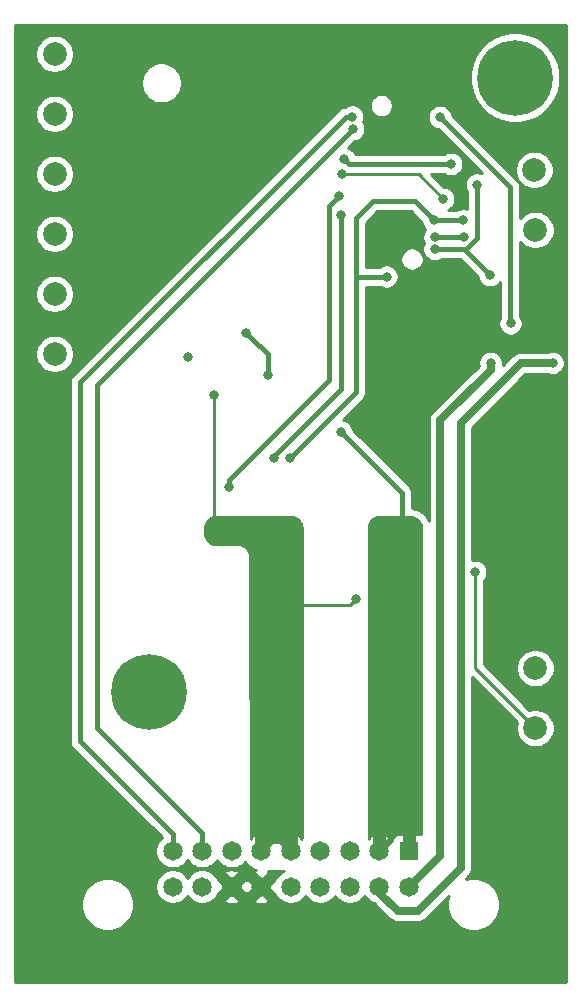
<source format=gbr>
G04 #@! TF.GenerationSoftware,KiCad,Pcbnew,(5.1.2)-2*
G04 #@! TF.CreationDate,2020-03-09T10:31:12+01:00*
G04 #@! TF.ProjectId,ETBC_2020,45544243-5f32-4303-9230-2e6b69636164,rev?*
G04 #@! TF.SameCoordinates,Original*
G04 #@! TF.FileFunction,Copper,L2,Bot*
G04 #@! TF.FilePolarity,Positive*
%FSLAX46Y46*%
G04 Gerber Fmt 4.6, Leading zero omitted, Abs format (unit mm)*
G04 Created by KiCad (PCBNEW (5.1.2)-2) date 2020-03-09 10:31:12*
%MOMM*%
%LPD*%
G04 APERTURE LIST*
%ADD10C,2.000000*%
%ADD11C,0.800000*%
%ADD12C,6.400000*%
%ADD13R,1.650000X1.650000*%
%ADD14C,1.650000*%
%ADD15C,0.431800*%
%ADD16C,1.092200*%
%ADD17C,0.250000*%
%ADD18C,0.635000*%
%ADD19C,0.254000*%
G04 APERTURE END LIST*
D10*
X120700000Y-80000000D03*
X120700000Y-85080000D03*
X120624600Y-37820000D03*
X120700000Y-42900000D03*
X80000000Y-48320000D03*
X80000000Y-53400000D03*
X80000000Y-43240000D03*
X80000000Y-38160000D03*
X80000000Y-33080000D03*
X80000000Y-28000000D03*
D11*
X120697056Y-28302944D03*
X119000000Y-27600000D03*
X117302944Y-28302944D03*
X116600000Y-30000000D03*
X117302944Y-31697056D03*
X119000000Y-32400000D03*
X120697056Y-31697056D03*
X121400000Y-30000000D03*
D12*
X119000000Y-30000000D03*
D11*
X89697056Y-80302944D03*
X88000000Y-79600000D03*
X86302944Y-80302944D03*
X85600000Y-82000000D03*
X86302944Y-83697056D03*
X88000000Y-84400000D03*
X89697056Y-83697056D03*
X90400000Y-82000000D03*
D12*
X88000000Y-82000000D03*
D13*
X110000000Y-95500000D03*
D14*
X107500000Y-95500000D03*
X105000000Y-95500000D03*
X102500000Y-95500000D03*
X100000000Y-95500000D03*
X97500000Y-95500000D03*
X95000000Y-95500000D03*
X92500000Y-95500000D03*
X90000000Y-95500000D03*
X110000000Y-98500000D03*
X107500000Y-98500000D03*
X105000000Y-98500000D03*
X102500000Y-98500000D03*
X100000000Y-98500000D03*
X97500000Y-98500000D03*
X95000000Y-98500000D03*
X92500000Y-98500000D03*
X90000000Y-98500000D03*
D11*
X91313000Y-53670200D03*
X112178000Y-43513497D03*
X114693700Y-43484800D03*
X116852700Y-46723300D03*
X112178000Y-44513500D03*
X115760500Y-39065200D03*
X112623600Y-33350200D03*
X118618000Y-50812700D03*
X114617500Y-42087800D03*
X112090200Y-42049700D03*
X99974400Y-62191900D03*
X108115100Y-46850300D03*
X93472000Y-56896000D03*
X94411800Y-68884800D03*
X94386400Y-68072000D03*
X93611700Y-68084700D03*
X93599000Y-68884800D03*
X115620800Y-71843900D03*
X105549702Y-74129900D03*
X96240600Y-51612800D03*
X98044000Y-55168800D03*
X104267000Y-59994800D03*
X108597700Y-68732400D03*
X108572300Y-67919600D03*
X109410500Y-67919600D03*
X109423200Y-68770500D03*
X109258100Y-86804500D03*
X122174000Y-54165500D03*
X116916200Y-54165500D03*
X105473500Y-59486800D03*
X112877600Y-35140900D03*
X109194600Y-47828200D03*
X105206800Y-33312100D03*
X105257600Y-34378900D03*
X94780100Y-64681100D03*
X104076500Y-40055800D03*
X104292400Y-41617900D03*
X98564698Y-62204600D03*
X104521000Y-36906200D03*
X113588800Y-37312600D03*
X112903000Y-40271700D03*
X104355900Y-38201600D03*
D15*
X112178000Y-43513497D02*
X114665003Y-43513497D01*
X114665003Y-43513497D02*
X114693700Y-43484800D01*
X116852700Y-46723300D02*
X114642900Y-44513500D01*
X114642900Y-44513500D02*
X112178000Y-44513500D01*
X114872534Y-44513500D02*
X114642900Y-44513500D01*
X115760500Y-43625534D02*
X114872534Y-44513500D01*
X115760500Y-39065200D02*
X115760500Y-43625534D01*
X118579900Y-39306500D02*
X118579900Y-50850800D01*
X112623600Y-33350200D02*
X118579900Y-39306500D01*
X118579900Y-50850800D02*
X118618000Y-50812700D01*
X114617500Y-42087800D02*
X112128300Y-42087800D01*
X112128300Y-42087800D02*
X112090200Y-42049700D01*
X100374399Y-61791901D02*
X99974400Y-62191900D01*
X105524300Y-56642000D02*
X100374399Y-61791901D01*
X106972100Y-40487600D02*
X105524300Y-41935400D01*
X112090200Y-42049700D02*
X110528100Y-40487600D01*
X110528100Y-40487600D02*
X106972100Y-40487600D01*
X108102400Y-46863000D02*
X108115100Y-46850300D01*
X105524300Y-46863000D02*
X108102400Y-46863000D01*
X105524300Y-46863000D02*
X105524300Y-56642000D01*
X105524300Y-41935400D02*
X105524300Y-46863000D01*
D16*
X100000000Y-94333274D02*
X100025200Y-94308074D01*
X100000000Y-95500000D02*
X100000000Y-94333274D01*
X98691926Y-94308074D02*
X98668652Y-94284800D01*
X100025200Y-94308074D02*
X98691926Y-94308074D01*
X98668652Y-94284800D02*
X97510600Y-94284800D01*
X97500000Y-94295400D02*
X97500000Y-95500000D01*
X97510600Y-94284800D02*
X97500000Y-94295400D01*
D17*
X94011801Y-68484801D02*
X94411800Y-68884800D01*
X93472000Y-56896000D02*
X93472000Y-67945000D01*
X93472000Y-67945000D02*
X93611700Y-68084700D01*
X93611700Y-68084700D02*
X94011801Y-68484801D01*
X120700000Y-85080000D02*
X115620800Y-80000800D01*
X115620800Y-80000800D02*
X115620800Y-71843900D01*
X105041702Y-74637900D02*
X105149703Y-74529899D01*
X105149703Y-74529899D02*
X105549702Y-74129900D01*
X99974400Y-74637900D02*
X105041702Y-74637900D01*
D15*
X96640599Y-52012799D02*
X96678699Y-52012799D01*
X96240600Y-51612800D02*
X96640599Y-52012799D01*
X96678699Y-52012799D02*
X98044000Y-53378100D01*
X98044000Y-53378100D02*
X98044000Y-55168800D01*
D16*
X110000000Y-95500000D02*
X110000000Y-93530200D01*
X110000000Y-93530200D02*
X109751300Y-93281500D01*
X109751300Y-93281500D02*
X107442000Y-93281500D01*
X107500000Y-93339500D02*
X107500000Y-95500000D01*
X107442000Y-93281500D02*
X107500000Y-93339500D01*
D15*
X104267000Y-59994800D02*
X109410500Y-65138300D01*
X109410500Y-67353915D02*
X109410500Y-67919600D01*
X109410500Y-65138300D02*
X109410500Y-67353915D01*
D18*
X119468900Y-54165500D02*
X122174000Y-54165500D01*
X107500000Y-99003700D02*
X109067600Y-100571300D01*
X107500000Y-98500000D02*
X107500000Y-99003700D01*
X109067600Y-100571300D02*
X110756700Y-100571300D01*
X110756700Y-100571300D02*
X114388900Y-96939100D01*
X114388900Y-96939100D02*
X114388900Y-59245500D01*
X114388900Y-59245500D02*
X119468900Y-54165500D01*
X116916200Y-54731185D02*
X116916200Y-54165500D01*
X112623600Y-59023785D02*
X116916200Y-54731185D01*
X110000000Y-98500000D02*
X112623600Y-95876400D01*
X112623600Y-95876400D02*
X112623600Y-59023785D01*
D15*
X90000000Y-94038600D02*
X90000000Y-95500000D01*
X82143600Y-86182200D02*
X90000000Y-94038600D01*
X82143600Y-55809615D02*
X82143600Y-86182200D01*
X105206800Y-33312100D02*
X104641115Y-33312100D01*
X104641115Y-33312100D02*
X82143600Y-55809615D01*
X92500000Y-93973200D02*
X92500000Y-95500000D01*
X83616800Y-85090000D02*
X92500000Y-93973200D01*
X83616800Y-55994300D02*
X83616800Y-85090000D01*
X105257600Y-34378900D02*
X105232200Y-34378900D01*
X105232200Y-34378900D02*
X83616800Y-55994300D01*
X103251000Y-40881300D02*
X104076500Y-40055800D01*
X103251000Y-55575200D02*
X103251000Y-40881300D01*
X94780100Y-64681100D02*
X94780100Y-64046100D01*
X94780100Y-64046100D02*
X103251000Y-55575200D01*
X98564698Y-62076566D02*
X98564698Y-62204600D01*
X104292400Y-56348864D02*
X98564698Y-62076566D01*
X104292400Y-41617900D02*
X104292400Y-56348864D01*
X104521000Y-36906200D02*
X104927400Y-37312600D01*
X104927400Y-37312600D02*
X113588800Y-37312600D01*
D17*
X104921585Y-38201600D02*
X104355900Y-38201600D01*
X110832900Y-38201600D02*
X104921585Y-38201600D01*
X112903000Y-40271700D02*
X110832900Y-38201600D01*
D19*
G36*
X123315001Y-106619974D02*
G01*
X76685000Y-106619974D01*
X76685000Y-99779872D01*
X82265000Y-99779872D01*
X82265000Y-100220128D01*
X82350890Y-100651925D01*
X82519369Y-101058669D01*
X82763962Y-101424729D01*
X83075271Y-101736038D01*
X83441331Y-101980631D01*
X83848075Y-102149110D01*
X84279872Y-102235000D01*
X84720128Y-102235000D01*
X85151925Y-102149110D01*
X85558669Y-101980631D01*
X85924729Y-101736038D01*
X86236038Y-101424729D01*
X86480631Y-101058669D01*
X86649110Y-100651925D01*
X86735000Y-100220128D01*
X86735000Y-99779872D01*
X86649110Y-99348075D01*
X86480631Y-98941331D01*
X86236038Y-98575271D01*
X86016970Y-98356203D01*
X88540000Y-98356203D01*
X88540000Y-98643797D01*
X88596107Y-98925866D01*
X88706165Y-99191569D01*
X88865944Y-99430696D01*
X89069304Y-99634056D01*
X89308431Y-99793835D01*
X89574134Y-99903893D01*
X89856203Y-99960000D01*
X90143797Y-99960000D01*
X90425866Y-99903893D01*
X90691569Y-99793835D01*
X90930696Y-99634056D01*
X91134056Y-99430696D01*
X91250000Y-99257173D01*
X91365944Y-99430696D01*
X91569304Y-99634056D01*
X91808431Y-99793835D01*
X92074134Y-99903893D01*
X92356203Y-99960000D01*
X92643797Y-99960000D01*
X92925866Y-99903893D01*
X93191569Y-99793835D01*
X93406124Y-99650474D01*
X94377028Y-99650474D01*
X94467782Y-99867120D01*
X94744720Y-99944681D01*
X95031469Y-99966725D01*
X95317008Y-99932402D01*
X95532218Y-99867120D01*
X95622972Y-99650474D01*
X96877028Y-99650474D01*
X96967782Y-99867120D01*
X97244720Y-99944681D01*
X97531469Y-99966725D01*
X97817008Y-99932402D01*
X98032218Y-99867120D01*
X98122972Y-99650474D01*
X97500000Y-99027502D01*
X96877028Y-99650474D01*
X95622972Y-99650474D01*
X95000000Y-99027502D01*
X94377028Y-99650474D01*
X93406124Y-99650474D01*
X93430696Y-99634056D01*
X93634056Y-99430696D01*
X93793835Y-99191569D01*
X93826282Y-99113235D01*
X93849526Y-99122972D01*
X94472498Y-98500000D01*
X95527502Y-98500000D01*
X96150474Y-99122972D01*
X96250000Y-99081280D01*
X96349526Y-99122972D01*
X96972498Y-98500000D01*
X96349526Y-97877028D01*
X96250000Y-97918720D01*
X96150474Y-97877028D01*
X95527502Y-98500000D01*
X94472498Y-98500000D01*
X93849526Y-97877028D01*
X93826282Y-97886765D01*
X93793835Y-97808431D01*
X93634056Y-97569304D01*
X93430696Y-97365944D01*
X93406125Y-97349526D01*
X94377028Y-97349526D01*
X95000000Y-97972498D01*
X95622972Y-97349526D01*
X95532218Y-97132880D01*
X95255280Y-97055319D01*
X94968531Y-97033275D01*
X94682992Y-97067598D01*
X94467782Y-97132880D01*
X94377028Y-97349526D01*
X93406125Y-97349526D01*
X93191569Y-97206165D01*
X92925866Y-97096107D01*
X92643797Y-97040000D01*
X92356203Y-97040000D01*
X92074134Y-97096107D01*
X91808431Y-97206165D01*
X91569304Y-97365944D01*
X91365944Y-97569304D01*
X91250000Y-97742827D01*
X91134056Y-97569304D01*
X90930696Y-97365944D01*
X90691569Y-97206165D01*
X90425866Y-97096107D01*
X90143797Y-97040000D01*
X89856203Y-97040000D01*
X89574134Y-97096107D01*
X89308431Y-97206165D01*
X89069304Y-97365944D01*
X88865944Y-97569304D01*
X88706165Y-97808431D01*
X88596107Y-98074134D01*
X88540000Y-98356203D01*
X86016970Y-98356203D01*
X85924729Y-98263962D01*
X85558669Y-98019369D01*
X85151925Y-97850890D01*
X84720128Y-97765000D01*
X84279872Y-97765000D01*
X83848075Y-97850890D01*
X83441331Y-98019369D01*
X83075271Y-98263962D01*
X82763962Y-98575271D01*
X82519369Y-98941331D01*
X82350890Y-99348075D01*
X82265000Y-99779872D01*
X76685000Y-99779872D01*
X76685000Y-55809615D01*
X81288584Y-55809615D01*
X81292700Y-55851408D01*
X81292701Y-86140397D01*
X81288584Y-86182200D01*
X81305012Y-86349005D01*
X81353667Y-86509400D01*
X81353668Y-86509401D01*
X81432680Y-86657222D01*
X81469251Y-86701784D01*
X81512366Y-86754320D01*
X81512371Y-86754325D01*
X81539013Y-86786788D01*
X81571476Y-86813430D01*
X89102086Y-94344040D01*
X89069304Y-94365944D01*
X88865944Y-94569304D01*
X88706165Y-94808431D01*
X88596107Y-95074134D01*
X88540000Y-95356203D01*
X88540000Y-95643797D01*
X88596107Y-95925866D01*
X88706165Y-96191569D01*
X88865944Y-96430696D01*
X89069304Y-96634056D01*
X89308431Y-96793835D01*
X89574134Y-96903893D01*
X89856203Y-96960000D01*
X90143797Y-96960000D01*
X90425866Y-96903893D01*
X90691569Y-96793835D01*
X90930696Y-96634056D01*
X91134056Y-96430696D01*
X91250000Y-96257173D01*
X91365944Y-96430696D01*
X91569304Y-96634056D01*
X91808431Y-96793835D01*
X92074134Y-96903893D01*
X92356203Y-96960000D01*
X92643797Y-96960000D01*
X92925866Y-96903893D01*
X93191569Y-96793835D01*
X93430696Y-96634056D01*
X93634056Y-96430696D01*
X93750000Y-96257173D01*
X93865944Y-96430696D01*
X94069304Y-96634056D01*
X94308431Y-96793835D01*
X94574134Y-96903893D01*
X94856203Y-96960000D01*
X95143797Y-96960000D01*
X95425866Y-96903893D01*
X95691569Y-96793835D01*
X95930696Y-96634056D01*
X96134056Y-96430696D01*
X96146873Y-96411513D01*
X96194520Y-96482919D01*
X96318083Y-96633828D01*
X96405514Y-96721545D01*
X96556019Y-96845599D01*
X96658820Y-96914680D01*
X96830544Y-97007159D01*
X96944795Y-97054968D01*
X97083679Y-97097724D01*
X96967782Y-97132880D01*
X96877028Y-97349526D01*
X97500000Y-97972498D01*
X98122972Y-97349526D01*
X98045077Y-97163578D01*
X99392965Y-97171150D01*
X99308431Y-97206165D01*
X99069304Y-97365944D01*
X98865944Y-97569304D01*
X98706165Y-97808431D01*
X98673718Y-97886765D01*
X98650474Y-97877028D01*
X98027502Y-98500000D01*
X98650474Y-99122972D01*
X98673718Y-99113235D01*
X98706165Y-99191569D01*
X98865944Y-99430696D01*
X99069304Y-99634056D01*
X99308431Y-99793835D01*
X99574134Y-99903893D01*
X99856203Y-99960000D01*
X100143797Y-99960000D01*
X100425866Y-99903893D01*
X100691569Y-99793835D01*
X100930696Y-99634056D01*
X101134056Y-99430696D01*
X101250000Y-99257173D01*
X101365944Y-99430696D01*
X101569304Y-99634056D01*
X101808431Y-99793835D01*
X102074134Y-99903893D01*
X102356203Y-99960000D01*
X102643797Y-99960000D01*
X102925866Y-99903893D01*
X103191569Y-99793835D01*
X103430696Y-99634056D01*
X103634056Y-99430696D01*
X103750000Y-99257173D01*
X103865944Y-99430696D01*
X104069304Y-99634056D01*
X104308431Y-99793835D01*
X104574134Y-99903893D01*
X104856203Y-99960000D01*
X105143797Y-99960000D01*
X105425866Y-99903893D01*
X105691569Y-99793835D01*
X105930696Y-99634056D01*
X106134056Y-99430696D01*
X106250000Y-99257173D01*
X106365944Y-99430696D01*
X106569304Y-99634056D01*
X106808431Y-99793835D01*
X107038320Y-99889058D01*
X108360997Y-101211736D01*
X108390822Y-101248078D01*
X108535859Y-101367106D01*
X108701331Y-101455552D01*
X108880877Y-101510017D01*
X109067599Y-101528408D01*
X109114384Y-101523800D01*
X110709915Y-101523800D01*
X110756700Y-101528408D01*
X110803485Y-101523800D01*
X110943423Y-101510017D01*
X111122969Y-101455552D01*
X111288441Y-101367106D01*
X111433478Y-101248078D01*
X111463307Y-101211731D01*
X113367809Y-99307229D01*
X113350890Y-99348075D01*
X113265000Y-99779872D01*
X113265000Y-100220128D01*
X113350890Y-100651925D01*
X113519369Y-101058669D01*
X113763962Y-101424729D01*
X114075271Y-101736038D01*
X114441331Y-101980631D01*
X114848075Y-102149110D01*
X115279872Y-102235000D01*
X115720128Y-102235000D01*
X116151925Y-102149110D01*
X116558669Y-101980631D01*
X116924729Y-101736038D01*
X117236038Y-101424729D01*
X117480631Y-101058669D01*
X117649110Y-100651925D01*
X117735000Y-100220128D01*
X117735000Y-99779872D01*
X117649110Y-99348075D01*
X117480631Y-98941331D01*
X117236038Y-98575271D01*
X116924729Y-98263962D01*
X116558669Y-98019369D01*
X116151925Y-97850890D01*
X115720128Y-97765000D01*
X115279872Y-97765000D01*
X114848075Y-97850890D01*
X114807229Y-97867809D01*
X115029331Y-97645707D01*
X115065678Y-97615878D01*
X115184706Y-97470841D01*
X115273152Y-97305369D01*
X115327617Y-97125823D01*
X115341400Y-96985885D01*
X115341400Y-96985884D01*
X115346008Y-96939100D01*
X115341400Y-96892315D01*
X115341400Y-80796201D01*
X119133823Y-84588625D01*
X119127832Y-84603088D01*
X119065000Y-84918967D01*
X119065000Y-85241033D01*
X119127832Y-85556912D01*
X119251082Y-85854463D01*
X119430013Y-86122252D01*
X119657748Y-86349987D01*
X119925537Y-86528918D01*
X120223088Y-86652168D01*
X120538967Y-86715000D01*
X120861033Y-86715000D01*
X121176912Y-86652168D01*
X121474463Y-86528918D01*
X121742252Y-86349987D01*
X121969987Y-86122252D01*
X122148918Y-85854463D01*
X122272168Y-85556912D01*
X122335000Y-85241033D01*
X122335000Y-84918967D01*
X122272168Y-84603088D01*
X122148918Y-84305537D01*
X121969987Y-84037748D01*
X121742252Y-83810013D01*
X121474463Y-83631082D01*
X121176912Y-83507832D01*
X120861033Y-83445000D01*
X120538967Y-83445000D01*
X120223088Y-83507832D01*
X120208625Y-83513823D01*
X116533769Y-79838967D01*
X119065000Y-79838967D01*
X119065000Y-80161033D01*
X119127832Y-80476912D01*
X119251082Y-80774463D01*
X119430013Y-81042252D01*
X119657748Y-81269987D01*
X119925537Y-81448918D01*
X120223088Y-81572168D01*
X120538967Y-81635000D01*
X120861033Y-81635000D01*
X121176912Y-81572168D01*
X121474463Y-81448918D01*
X121742252Y-81269987D01*
X121969987Y-81042252D01*
X122148918Y-80774463D01*
X122272168Y-80476912D01*
X122335000Y-80161033D01*
X122335000Y-79838967D01*
X122272168Y-79523088D01*
X122148918Y-79225537D01*
X121969987Y-78957748D01*
X121742252Y-78730013D01*
X121474463Y-78551082D01*
X121176912Y-78427832D01*
X120861033Y-78365000D01*
X120538967Y-78365000D01*
X120223088Y-78427832D01*
X119925537Y-78551082D01*
X119657748Y-78730013D01*
X119430013Y-78957748D01*
X119251082Y-79225537D01*
X119127832Y-79523088D01*
X119065000Y-79838967D01*
X116533769Y-79838967D01*
X116380800Y-79685999D01*
X116380800Y-72547611D01*
X116424737Y-72503674D01*
X116538005Y-72334156D01*
X116616026Y-72145798D01*
X116655800Y-71945839D01*
X116655800Y-71741961D01*
X116616026Y-71542002D01*
X116538005Y-71353644D01*
X116424737Y-71184126D01*
X116280574Y-71039963D01*
X116111056Y-70926695D01*
X115922698Y-70848674D01*
X115722739Y-70808900D01*
X115518861Y-70808900D01*
X115341400Y-70844199D01*
X115341400Y-59640038D01*
X119863439Y-55118000D01*
X121768953Y-55118000D01*
X121872102Y-55160726D01*
X122072061Y-55200500D01*
X122275939Y-55200500D01*
X122475898Y-55160726D01*
X122664256Y-55082705D01*
X122833774Y-54969437D01*
X122977937Y-54825274D01*
X123091205Y-54655756D01*
X123169226Y-54467398D01*
X123209000Y-54267439D01*
X123209000Y-54063561D01*
X123169226Y-53863602D01*
X123091205Y-53675244D01*
X122977937Y-53505726D01*
X122833774Y-53361563D01*
X122664256Y-53248295D01*
X122475898Y-53170274D01*
X122275939Y-53130500D01*
X122072061Y-53130500D01*
X121872102Y-53170274D01*
X121768953Y-53213000D01*
X119515685Y-53213000D01*
X119468900Y-53208392D01*
X119422115Y-53213000D01*
X119282177Y-53226783D01*
X119102631Y-53281248D01*
X118937159Y-53369694D01*
X118792122Y-53488722D01*
X118762297Y-53525064D01*
X117934136Y-54353225D01*
X117951200Y-54267439D01*
X117951200Y-54063561D01*
X117911426Y-53863602D01*
X117833405Y-53675244D01*
X117720137Y-53505726D01*
X117575974Y-53361563D01*
X117406456Y-53248295D01*
X117218098Y-53170274D01*
X117018139Y-53130500D01*
X116814261Y-53130500D01*
X116614302Y-53170274D01*
X116425944Y-53248295D01*
X116256426Y-53361563D01*
X116112263Y-53505726D01*
X115998995Y-53675244D01*
X115920974Y-53863602D01*
X115881200Y-54063561D01*
X115881200Y-54267439D01*
X115906370Y-54393976D01*
X111983164Y-58317183D01*
X111946823Y-58347007D01*
X111916999Y-58383348D01*
X111827794Y-58492045D01*
X111739349Y-58657516D01*
X111684883Y-58837063D01*
X111666492Y-59023785D01*
X111671101Y-59070580D01*
X111671101Y-67520529D01*
X111669238Y-67514388D01*
X111621600Y-67399380D01*
X111529190Y-67226493D01*
X111460032Y-67122991D01*
X111335669Y-66971454D01*
X111247646Y-66883431D01*
X111096109Y-66759068D01*
X110992607Y-66689910D01*
X110819720Y-66597500D01*
X110704712Y-66549862D01*
X110517119Y-66492957D01*
X110395032Y-66468673D01*
X110261400Y-66455511D01*
X110261400Y-65180092D01*
X110265516Y-65138299D01*
X110261400Y-65096506D01*
X110261400Y-65096500D01*
X110249088Y-64971494D01*
X110200433Y-64811099D01*
X110121421Y-64663278D01*
X110015088Y-64533712D01*
X109982621Y-64507067D01*
X105285509Y-59809955D01*
X105262226Y-59692902D01*
X105184205Y-59504544D01*
X105070937Y-59335026D01*
X104926774Y-59190863D01*
X104757256Y-59077595D01*
X104568898Y-58999574D01*
X104403066Y-58966588D01*
X106096420Y-57273234D01*
X106128888Y-57246588D01*
X106235221Y-57117022D01*
X106314233Y-56969201D01*
X106362888Y-56808806D01*
X106375200Y-56683800D01*
X106375200Y-56683793D01*
X106379316Y-56642000D01*
X106375200Y-56600207D01*
X106375200Y-47713900D01*
X107544618Y-47713900D01*
X107624844Y-47767505D01*
X107813202Y-47845526D01*
X108013161Y-47885300D01*
X108217039Y-47885300D01*
X108416998Y-47845526D01*
X108605356Y-47767505D01*
X108774874Y-47654237D01*
X108919037Y-47510074D01*
X109032305Y-47340556D01*
X109110326Y-47152198D01*
X109150100Y-46952239D01*
X109150100Y-46748361D01*
X109110326Y-46548402D01*
X109032305Y-46360044D01*
X108919037Y-46190526D01*
X108774874Y-46046363D01*
X108605356Y-45933095D01*
X108416998Y-45855074D01*
X108217039Y-45815300D01*
X108013161Y-45815300D01*
X107813202Y-45855074D01*
X107624844Y-45933095D01*
X107506604Y-46012100D01*
X106375200Y-46012100D01*
X106375200Y-45277686D01*
X109281000Y-45277686D01*
X109281000Y-45471714D01*
X109318853Y-45662014D01*
X109393104Y-45841272D01*
X109500901Y-46002601D01*
X109638099Y-46139799D01*
X109799428Y-46247596D01*
X109978686Y-46321847D01*
X110168986Y-46359700D01*
X110363014Y-46359700D01*
X110553314Y-46321847D01*
X110732572Y-46247596D01*
X110893901Y-46139799D01*
X111031099Y-46002601D01*
X111138896Y-45841272D01*
X111213147Y-45662014D01*
X111251000Y-45471714D01*
X111251000Y-45277686D01*
X111213147Y-45087386D01*
X111138896Y-44908128D01*
X111031099Y-44746799D01*
X110893901Y-44609601D01*
X110732572Y-44501804D01*
X110553314Y-44427553D01*
X110363014Y-44389700D01*
X110168986Y-44389700D01*
X109978686Y-44427553D01*
X109799428Y-44501804D01*
X109638099Y-44609601D01*
X109500901Y-44746799D01*
X109393104Y-44908128D01*
X109318853Y-45087386D01*
X109281000Y-45277686D01*
X106375200Y-45277686D01*
X106375200Y-42287854D01*
X107324554Y-41338500D01*
X110175646Y-41338500D01*
X111071691Y-42234546D01*
X111094974Y-42351598D01*
X111172995Y-42539956D01*
X111286263Y-42709474D01*
X111402288Y-42825499D01*
X111374063Y-42853723D01*
X111260795Y-43023241D01*
X111182774Y-43211599D01*
X111143000Y-43411558D01*
X111143000Y-43615436D01*
X111182774Y-43815395D01*
X111260795Y-44003753D01*
X111267307Y-44013499D01*
X111260795Y-44023244D01*
X111182774Y-44211602D01*
X111143000Y-44411561D01*
X111143000Y-44615439D01*
X111182774Y-44815398D01*
X111260795Y-45003756D01*
X111374063Y-45173274D01*
X111518226Y-45317437D01*
X111687744Y-45430705D01*
X111876102Y-45508726D01*
X112076061Y-45548500D01*
X112279939Y-45548500D01*
X112479898Y-45508726D01*
X112668256Y-45430705D01*
X112767489Y-45364400D01*
X114290446Y-45364400D01*
X115834191Y-46908146D01*
X115857474Y-47025198D01*
X115935495Y-47213556D01*
X116048763Y-47383074D01*
X116192926Y-47527237D01*
X116362444Y-47640505D01*
X116550802Y-47718526D01*
X116750761Y-47758300D01*
X116954639Y-47758300D01*
X117154598Y-47718526D01*
X117342956Y-47640505D01*
X117512474Y-47527237D01*
X117656637Y-47383074D01*
X117729001Y-47274774D01*
X117729001Y-50280231D01*
X117700795Y-50322444D01*
X117622774Y-50510802D01*
X117583000Y-50710761D01*
X117583000Y-50914639D01*
X117622774Y-51114598D01*
X117700795Y-51302956D01*
X117814063Y-51472474D01*
X117958226Y-51616637D01*
X118127744Y-51729905D01*
X118316102Y-51807926D01*
X118516061Y-51847700D01*
X118719939Y-51847700D01*
X118919898Y-51807926D01*
X119108256Y-51729905D01*
X119277774Y-51616637D01*
X119421937Y-51472474D01*
X119535205Y-51302956D01*
X119613226Y-51114598D01*
X119653000Y-50914639D01*
X119653000Y-50710761D01*
X119613226Y-50510802D01*
X119535205Y-50322444D01*
X119430800Y-50166190D01*
X119430800Y-43943039D01*
X119657748Y-44169987D01*
X119925537Y-44348918D01*
X120223088Y-44472168D01*
X120538967Y-44535000D01*
X120861033Y-44535000D01*
X121176912Y-44472168D01*
X121474463Y-44348918D01*
X121742252Y-44169987D01*
X121969987Y-43942252D01*
X122148918Y-43674463D01*
X122272168Y-43376912D01*
X122335000Y-43061033D01*
X122335000Y-42738967D01*
X122272168Y-42423088D01*
X122148918Y-42125537D01*
X121969987Y-41857748D01*
X121742252Y-41630013D01*
X121474463Y-41451082D01*
X121176912Y-41327832D01*
X120861033Y-41265000D01*
X120538967Y-41265000D01*
X120223088Y-41327832D01*
X119925537Y-41451082D01*
X119657748Y-41630013D01*
X119430800Y-41856961D01*
X119430800Y-39348292D01*
X119434916Y-39306499D01*
X119430800Y-39264706D01*
X119430800Y-39264700D01*
X119418488Y-39139694D01*
X119369833Y-38979299D01*
X119290821Y-38831478D01*
X119234870Y-38763302D01*
X119211134Y-38734379D01*
X119211130Y-38734375D01*
X119184488Y-38701912D01*
X119152026Y-38675271D01*
X118135722Y-37658967D01*
X118989600Y-37658967D01*
X118989600Y-37981033D01*
X119052432Y-38296912D01*
X119175682Y-38594463D01*
X119354613Y-38862252D01*
X119582348Y-39089987D01*
X119850137Y-39268918D01*
X120147688Y-39392168D01*
X120463567Y-39455000D01*
X120785633Y-39455000D01*
X121101512Y-39392168D01*
X121399063Y-39268918D01*
X121666852Y-39089987D01*
X121894587Y-38862252D01*
X122073518Y-38594463D01*
X122196768Y-38296912D01*
X122259600Y-37981033D01*
X122259600Y-37658967D01*
X122196768Y-37343088D01*
X122073518Y-37045537D01*
X121894587Y-36777748D01*
X121666852Y-36550013D01*
X121399063Y-36371082D01*
X121101512Y-36247832D01*
X120785633Y-36185000D01*
X120463567Y-36185000D01*
X120147688Y-36247832D01*
X119850137Y-36371082D01*
X119582348Y-36550013D01*
X119354613Y-36777748D01*
X119175682Y-37045537D01*
X119052432Y-37343088D01*
X118989600Y-37658967D01*
X118135722Y-37658967D01*
X113642109Y-33165355D01*
X113618826Y-33048302D01*
X113540805Y-32859944D01*
X113427537Y-32690426D01*
X113283374Y-32546263D01*
X113113856Y-32432995D01*
X112925498Y-32354974D01*
X112725539Y-32315200D01*
X112521661Y-32315200D01*
X112321702Y-32354974D01*
X112133344Y-32432995D01*
X111963826Y-32546263D01*
X111819663Y-32690426D01*
X111706395Y-32859944D01*
X111628374Y-33048302D01*
X111588600Y-33248261D01*
X111588600Y-33452139D01*
X111628374Y-33652098D01*
X111706395Y-33840456D01*
X111819663Y-34009974D01*
X111963826Y-34154137D01*
X112133344Y-34267405D01*
X112321702Y-34345426D01*
X112438755Y-34368709D01*
X116194907Y-38124861D01*
X116062398Y-38069974D01*
X115862439Y-38030200D01*
X115658561Y-38030200D01*
X115458602Y-38069974D01*
X115270244Y-38147995D01*
X115100726Y-38261263D01*
X114956563Y-38405426D01*
X114843295Y-38574944D01*
X114765274Y-38763302D01*
X114725500Y-38963261D01*
X114725500Y-39167139D01*
X114765274Y-39367098D01*
X114843295Y-39555456D01*
X114909600Y-39654689D01*
X114909600Y-41090625D01*
X114719439Y-41052800D01*
X114515561Y-41052800D01*
X114315602Y-41092574D01*
X114127244Y-41170595D01*
X114028011Y-41236900D01*
X113277387Y-41236900D01*
X113393256Y-41188905D01*
X113562774Y-41075637D01*
X113706937Y-40931474D01*
X113820205Y-40761956D01*
X113898226Y-40573598D01*
X113938000Y-40373639D01*
X113938000Y-40169761D01*
X113898226Y-39969802D01*
X113820205Y-39781444D01*
X113706937Y-39611926D01*
X113562774Y-39467763D01*
X113393256Y-39354495D01*
X113204898Y-39276474D01*
X113004939Y-39236700D01*
X112942803Y-39236700D01*
X111869601Y-38163500D01*
X112999311Y-38163500D01*
X113098544Y-38229805D01*
X113286902Y-38307826D01*
X113486861Y-38347600D01*
X113690739Y-38347600D01*
X113890698Y-38307826D01*
X114079056Y-38229805D01*
X114248574Y-38116537D01*
X114392737Y-37972374D01*
X114506005Y-37802856D01*
X114584026Y-37614498D01*
X114623800Y-37414539D01*
X114623800Y-37210661D01*
X114584026Y-37010702D01*
X114506005Y-36822344D01*
X114392737Y-36652826D01*
X114248574Y-36508663D01*
X114079056Y-36395395D01*
X113890698Y-36317374D01*
X113690739Y-36277600D01*
X113486861Y-36277600D01*
X113286902Y-36317374D01*
X113098544Y-36395395D01*
X112999311Y-36461700D01*
X105457158Y-36461700D01*
X105438205Y-36415944D01*
X105324937Y-36246426D01*
X105180774Y-36102263D01*
X105011256Y-35988995D01*
X104879878Y-35934576D01*
X105410738Y-35403716D01*
X105559498Y-35374126D01*
X105747856Y-35296105D01*
X105917374Y-35182837D01*
X106061537Y-35038674D01*
X106174805Y-34869156D01*
X106252826Y-34680798D01*
X106292600Y-34480839D01*
X106292600Y-34276961D01*
X106252826Y-34077002D01*
X106174805Y-33888644D01*
X106120577Y-33807486D01*
X106124005Y-33802356D01*
X106202026Y-33613998D01*
X106241800Y-33414039D01*
X106241800Y-33210161D01*
X106202026Y-33010202D01*
X106124005Y-32821844D01*
X106010737Y-32652326D01*
X105866574Y-32508163D01*
X105697056Y-32394895D01*
X105508698Y-32316874D01*
X105311686Y-32277686D01*
X106681000Y-32277686D01*
X106681000Y-32471714D01*
X106718853Y-32662014D01*
X106793104Y-32841272D01*
X106900901Y-33002601D01*
X107038099Y-33139799D01*
X107199428Y-33247596D01*
X107378686Y-33321847D01*
X107568986Y-33359700D01*
X107763014Y-33359700D01*
X107953314Y-33321847D01*
X108132572Y-33247596D01*
X108293901Y-33139799D01*
X108431099Y-33002601D01*
X108538896Y-32841272D01*
X108613147Y-32662014D01*
X108651000Y-32471714D01*
X108651000Y-32277686D01*
X108613147Y-32087386D01*
X108538896Y-31908128D01*
X108431099Y-31746799D01*
X108293901Y-31609601D01*
X108132572Y-31501804D01*
X107953314Y-31427553D01*
X107763014Y-31389700D01*
X107568986Y-31389700D01*
X107378686Y-31427553D01*
X107199428Y-31501804D01*
X107038099Y-31609601D01*
X106900901Y-31746799D01*
X106793104Y-31908128D01*
X106718853Y-32087386D01*
X106681000Y-32277686D01*
X105311686Y-32277686D01*
X105308739Y-32277100D01*
X105104861Y-32277100D01*
X104904902Y-32316874D01*
X104716544Y-32394895D01*
X104620421Y-32459122D01*
X104599322Y-32461200D01*
X104599315Y-32461200D01*
X104474309Y-32473512D01*
X104313914Y-32522167D01*
X104166093Y-32601179D01*
X104036527Y-32707512D01*
X104009881Y-32739980D01*
X81571480Y-55178381D01*
X81539012Y-55205027D01*
X81432679Y-55334594D01*
X81353667Y-55482415D01*
X81305012Y-55642810D01*
X81292700Y-55767816D01*
X81292700Y-55767822D01*
X81288584Y-55809615D01*
X76685000Y-55809615D01*
X76685000Y-53238967D01*
X78365000Y-53238967D01*
X78365000Y-53561033D01*
X78427832Y-53876912D01*
X78551082Y-54174463D01*
X78730013Y-54442252D01*
X78957748Y-54669987D01*
X79225537Y-54848918D01*
X79523088Y-54972168D01*
X79838967Y-55035000D01*
X80161033Y-55035000D01*
X80476912Y-54972168D01*
X80774463Y-54848918D01*
X81042252Y-54669987D01*
X81269987Y-54442252D01*
X81448918Y-54174463D01*
X81572168Y-53876912D01*
X81635000Y-53561033D01*
X81635000Y-53238967D01*
X81572168Y-52923088D01*
X81448918Y-52625537D01*
X81269987Y-52357748D01*
X81042252Y-52130013D01*
X80774463Y-51951082D01*
X80476912Y-51827832D01*
X80161033Y-51765000D01*
X79838967Y-51765000D01*
X79523088Y-51827832D01*
X79225537Y-51951082D01*
X78957748Y-52130013D01*
X78730013Y-52357748D01*
X78551082Y-52625537D01*
X78427832Y-52923088D01*
X78365000Y-53238967D01*
X76685000Y-53238967D01*
X76685000Y-48158967D01*
X78365000Y-48158967D01*
X78365000Y-48481033D01*
X78427832Y-48796912D01*
X78551082Y-49094463D01*
X78730013Y-49362252D01*
X78957748Y-49589987D01*
X79225537Y-49768918D01*
X79523088Y-49892168D01*
X79838967Y-49955000D01*
X80161033Y-49955000D01*
X80476912Y-49892168D01*
X80774463Y-49768918D01*
X81042252Y-49589987D01*
X81269987Y-49362252D01*
X81448918Y-49094463D01*
X81572168Y-48796912D01*
X81635000Y-48481033D01*
X81635000Y-48158967D01*
X81572168Y-47843088D01*
X81448918Y-47545537D01*
X81269987Y-47277748D01*
X81042252Y-47050013D01*
X80774463Y-46871082D01*
X80476912Y-46747832D01*
X80161033Y-46685000D01*
X79838967Y-46685000D01*
X79523088Y-46747832D01*
X79225537Y-46871082D01*
X78957748Y-47050013D01*
X78730013Y-47277748D01*
X78551082Y-47545537D01*
X78427832Y-47843088D01*
X78365000Y-48158967D01*
X76685000Y-48158967D01*
X76685000Y-43078967D01*
X78365000Y-43078967D01*
X78365000Y-43401033D01*
X78427832Y-43716912D01*
X78551082Y-44014463D01*
X78730013Y-44282252D01*
X78957748Y-44509987D01*
X79225537Y-44688918D01*
X79523088Y-44812168D01*
X79838967Y-44875000D01*
X80161033Y-44875000D01*
X80476912Y-44812168D01*
X80774463Y-44688918D01*
X81042252Y-44509987D01*
X81269987Y-44282252D01*
X81448918Y-44014463D01*
X81572168Y-43716912D01*
X81635000Y-43401033D01*
X81635000Y-43078967D01*
X81572168Y-42763088D01*
X81448918Y-42465537D01*
X81269987Y-42197748D01*
X81042252Y-41970013D01*
X80774463Y-41791082D01*
X80476912Y-41667832D01*
X80161033Y-41605000D01*
X79838967Y-41605000D01*
X79523088Y-41667832D01*
X79225537Y-41791082D01*
X78957748Y-41970013D01*
X78730013Y-42197748D01*
X78551082Y-42465537D01*
X78427832Y-42763088D01*
X78365000Y-43078967D01*
X76685000Y-43078967D01*
X76685000Y-37998967D01*
X78365000Y-37998967D01*
X78365000Y-38321033D01*
X78427832Y-38636912D01*
X78551082Y-38934463D01*
X78730013Y-39202252D01*
X78957748Y-39429987D01*
X79225537Y-39608918D01*
X79523088Y-39732168D01*
X79838967Y-39795000D01*
X80161033Y-39795000D01*
X80476912Y-39732168D01*
X80774463Y-39608918D01*
X81042252Y-39429987D01*
X81269987Y-39202252D01*
X81448918Y-38934463D01*
X81572168Y-38636912D01*
X81635000Y-38321033D01*
X81635000Y-37998967D01*
X81572168Y-37683088D01*
X81448918Y-37385537D01*
X81269987Y-37117748D01*
X81042252Y-36890013D01*
X80774463Y-36711082D01*
X80476912Y-36587832D01*
X80161033Y-36525000D01*
X79838967Y-36525000D01*
X79523088Y-36587832D01*
X79225537Y-36711082D01*
X78957748Y-36890013D01*
X78730013Y-37117748D01*
X78551082Y-37385537D01*
X78427832Y-37683088D01*
X78365000Y-37998967D01*
X76685000Y-37998967D01*
X76685000Y-32918967D01*
X78365000Y-32918967D01*
X78365000Y-33241033D01*
X78427832Y-33556912D01*
X78551082Y-33854463D01*
X78730013Y-34122252D01*
X78957748Y-34349987D01*
X79225537Y-34528918D01*
X79523088Y-34652168D01*
X79838967Y-34715000D01*
X80161033Y-34715000D01*
X80476912Y-34652168D01*
X80774463Y-34528918D01*
X81042252Y-34349987D01*
X81269987Y-34122252D01*
X81448918Y-33854463D01*
X81572168Y-33556912D01*
X81635000Y-33241033D01*
X81635000Y-32918967D01*
X81572168Y-32603088D01*
X81448918Y-32305537D01*
X81269987Y-32037748D01*
X81042252Y-31810013D01*
X80774463Y-31631082D01*
X80476912Y-31507832D01*
X80161033Y-31445000D01*
X79838967Y-31445000D01*
X79523088Y-31507832D01*
X79225537Y-31631082D01*
X78957748Y-31810013D01*
X78730013Y-32037748D01*
X78551082Y-32305537D01*
X78427832Y-32603088D01*
X78365000Y-32918967D01*
X76685000Y-32918967D01*
X76685000Y-30281817D01*
X87319000Y-30281817D01*
X87319000Y-30623583D01*
X87385675Y-30958781D01*
X87516463Y-31274531D01*
X87706337Y-31558698D01*
X87948002Y-31800363D01*
X88232169Y-31990237D01*
X88547919Y-32121025D01*
X88883117Y-32187700D01*
X89224883Y-32187700D01*
X89560081Y-32121025D01*
X89875831Y-31990237D01*
X90159998Y-31800363D01*
X90401663Y-31558698D01*
X90591537Y-31274531D01*
X90722325Y-30958781D01*
X90789000Y-30623583D01*
X90789000Y-30281817D01*
X90722325Y-29946619D01*
X90591537Y-29630869D01*
X90585802Y-29622285D01*
X115165000Y-29622285D01*
X115165000Y-30377715D01*
X115312377Y-31118628D01*
X115601467Y-31816554D01*
X116021161Y-32444670D01*
X116555330Y-32978839D01*
X117183446Y-33398533D01*
X117881372Y-33687623D01*
X118622285Y-33835000D01*
X119377715Y-33835000D01*
X120118628Y-33687623D01*
X120816554Y-33398533D01*
X121444670Y-32978839D01*
X121978839Y-32444670D01*
X122398533Y-31816554D01*
X122687623Y-31118628D01*
X122835000Y-30377715D01*
X122835000Y-29622285D01*
X122687623Y-28881372D01*
X122398533Y-28183446D01*
X121978839Y-27555330D01*
X121444670Y-27021161D01*
X120816554Y-26601467D01*
X120118628Y-26312377D01*
X119377715Y-26165000D01*
X118622285Y-26165000D01*
X117881372Y-26312377D01*
X117183446Y-26601467D01*
X116555330Y-27021161D01*
X116021161Y-27555330D01*
X115601467Y-28183446D01*
X115312377Y-28881372D01*
X115165000Y-29622285D01*
X90585802Y-29622285D01*
X90401663Y-29346702D01*
X90159998Y-29105037D01*
X89875831Y-28915163D01*
X89560081Y-28784375D01*
X89224883Y-28717700D01*
X88883117Y-28717700D01*
X88547919Y-28784375D01*
X88232169Y-28915163D01*
X87948002Y-29105037D01*
X87706337Y-29346702D01*
X87516463Y-29630869D01*
X87385675Y-29946619D01*
X87319000Y-30281817D01*
X76685000Y-30281817D01*
X76685000Y-27838967D01*
X78365000Y-27838967D01*
X78365000Y-28161033D01*
X78427832Y-28476912D01*
X78551082Y-28774463D01*
X78730013Y-29042252D01*
X78957748Y-29269987D01*
X79225537Y-29448918D01*
X79523088Y-29572168D01*
X79838967Y-29635000D01*
X80161033Y-29635000D01*
X80476912Y-29572168D01*
X80774463Y-29448918D01*
X81042252Y-29269987D01*
X81269987Y-29042252D01*
X81448918Y-28774463D01*
X81572168Y-28476912D01*
X81635000Y-28161033D01*
X81635000Y-27838967D01*
X81572168Y-27523088D01*
X81448918Y-27225537D01*
X81269987Y-26957748D01*
X81042252Y-26730013D01*
X80774463Y-26551082D01*
X80476912Y-26427832D01*
X80161033Y-26365000D01*
X79838967Y-26365000D01*
X79523088Y-26427832D01*
X79225537Y-26551082D01*
X78957748Y-26730013D01*
X78730013Y-26957748D01*
X78551082Y-27225537D01*
X78427832Y-27523088D01*
X78365000Y-27838967D01*
X76685000Y-27838967D01*
X76685000Y-25577000D01*
X123315000Y-25577000D01*
X123315001Y-106619974D01*
X123315001Y-106619974D01*
G37*
X123315001Y-106619974D02*
X76685000Y-106619974D01*
X76685000Y-99779872D01*
X82265000Y-99779872D01*
X82265000Y-100220128D01*
X82350890Y-100651925D01*
X82519369Y-101058669D01*
X82763962Y-101424729D01*
X83075271Y-101736038D01*
X83441331Y-101980631D01*
X83848075Y-102149110D01*
X84279872Y-102235000D01*
X84720128Y-102235000D01*
X85151925Y-102149110D01*
X85558669Y-101980631D01*
X85924729Y-101736038D01*
X86236038Y-101424729D01*
X86480631Y-101058669D01*
X86649110Y-100651925D01*
X86735000Y-100220128D01*
X86735000Y-99779872D01*
X86649110Y-99348075D01*
X86480631Y-98941331D01*
X86236038Y-98575271D01*
X86016970Y-98356203D01*
X88540000Y-98356203D01*
X88540000Y-98643797D01*
X88596107Y-98925866D01*
X88706165Y-99191569D01*
X88865944Y-99430696D01*
X89069304Y-99634056D01*
X89308431Y-99793835D01*
X89574134Y-99903893D01*
X89856203Y-99960000D01*
X90143797Y-99960000D01*
X90425866Y-99903893D01*
X90691569Y-99793835D01*
X90930696Y-99634056D01*
X91134056Y-99430696D01*
X91250000Y-99257173D01*
X91365944Y-99430696D01*
X91569304Y-99634056D01*
X91808431Y-99793835D01*
X92074134Y-99903893D01*
X92356203Y-99960000D01*
X92643797Y-99960000D01*
X92925866Y-99903893D01*
X93191569Y-99793835D01*
X93406124Y-99650474D01*
X94377028Y-99650474D01*
X94467782Y-99867120D01*
X94744720Y-99944681D01*
X95031469Y-99966725D01*
X95317008Y-99932402D01*
X95532218Y-99867120D01*
X95622972Y-99650474D01*
X96877028Y-99650474D01*
X96967782Y-99867120D01*
X97244720Y-99944681D01*
X97531469Y-99966725D01*
X97817008Y-99932402D01*
X98032218Y-99867120D01*
X98122972Y-99650474D01*
X97500000Y-99027502D01*
X96877028Y-99650474D01*
X95622972Y-99650474D01*
X95000000Y-99027502D01*
X94377028Y-99650474D01*
X93406124Y-99650474D01*
X93430696Y-99634056D01*
X93634056Y-99430696D01*
X93793835Y-99191569D01*
X93826282Y-99113235D01*
X93849526Y-99122972D01*
X94472498Y-98500000D01*
X95527502Y-98500000D01*
X96150474Y-99122972D01*
X96250000Y-99081280D01*
X96349526Y-99122972D01*
X96972498Y-98500000D01*
X96349526Y-97877028D01*
X96250000Y-97918720D01*
X96150474Y-97877028D01*
X95527502Y-98500000D01*
X94472498Y-98500000D01*
X93849526Y-97877028D01*
X93826282Y-97886765D01*
X93793835Y-97808431D01*
X93634056Y-97569304D01*
X93430696Y-97365944D01*
X93406125Y-97349526D01*
X94377028Y-97349526D01*
X95000000Y-97972498D01*
X95622972Y-97349526D01*
X95532218Y-97132880D01*
X95255280Y-97055319D01*
X94968531Y-97033275D01*
X94682992Y-97067598D01*
X94467782Y-97132880D01*
X94377028Y-97349526D01*
X93406125Y-97349526D01*
X93191569Y-97206165D01*
X92925866Y-97096107D01*
X92643797Y-97040000D01*
X92356203Y-97040000D01*
X92074134Y-97096107D01*
X91808431Y-97206165D01*
X91569304Y-97365944D01*
X91365944Y-97569304D01*
X91250000Y-97742827D01*
X91134056Y-97569304D01*
X90930696Y-97365944D01*
X90691569Y-97206165D01*
X90425866Y-97096107D01*
X90143797Y-97040000D01*
X89856203Y-97040000D01*
X89574134Y-97096107D01*
X89308431Y-97206165D01*
X89069304Y-97365944D01*
X88865944Y-97569304D01*
X88706165Y-97808431D01*
X88596107Y-98074134D01*
X88540000Y-98356203D01*
X86016970Y-98356203D01*
X85924729Y-98263962D01*
X85558669Y-98019369D01*
X85151925Y-97850890D01*
X84720128Y-97765000D01*
X84279872Y-97765000D01*
X83848075Y-97850890D01*
X83441331Y-98019369D01*
X83075271Y-98263962D01*
X82763962Y-98575271D01*
X82519369Y-98941331D01*
X82350890Y-99348075D01*
X82265000Y-99779872D01*
X76685000Y-99779872D01*
X76685000Y-55809615D01*
X81288584Y-55809615D01*
X81292700Y-55851408D01*
X81292701Y-86140397D01*
X81288584Y-86182200D01*
X81305012Y-86349005D01*
X81353667Y-86509400D01*
X81353668Y-86509401D01*
X81432680Y-86657222D01*
X81469251Y-86701784D01*
X81512366Y-86754320D01*
X81512371Y-86754325D01*
X81539013Y-86786788D01*
X81571476Y-86813430D01*
X89102086Y-94344040D01*
X89069304Y-94365944D01*
X88865944Y-94569304D01*
X88706165Y-94808431D01*
X88596107Y-95074134D01*
X88540000Y-95356203D01*
X88540000Y-95643797D01*
X88596107Y-95925866D01*
X88706165Y-96191569D01*
X88865944Y-96430696D01*
X89069304Y-96634056D01*
X89308431Y-96793835D01*
X89574134Y-96903893D01*
X89856203Y-96960000D01*
X90143797Y-96960000D01*
X90425866Y-96903893D01*
X90691569Y-96793835D01*
X90930696Y-96634056D01*
X91134056Y-96430696D01*
X91250000Y-96257173D01*
X91365944Y-96430696D01*
X91569304Y-96634056D01*
X91808431Y-96793835D01*
X92074134Y-96903893D01*
X92356203Y-96960000D01*
X92643797Y-96960000D01*
X92925866Y-96903893D01*
X93191569Y-96793835D01*
X93430696Y-96634056D01*
X93634056Y-96430696D01*
X93750000Y-96257173D01*
X93865944Y-96430696D01*
X94069304Y-96634056D01*
X94308431Y-96793835D01*
X94574134Y-96903893D01*
X94856203Y-96960000D01*
X95143797Y-96960000D01*
X95425866Y-96903893D01*
X95691569Y-96793835D01*
X95930696Y-96634056D01*
X96134056Y-96430696D01*
X96146873Y-96411513D01*
X96194520Y-96482919D01*
X96318083Y-96633828D01*
X96405514Y-96721545D01*
X96556019Y-96845599D01*
X96658820Y-96914680D01*
X96830544Y-97007159D01*
X96944795Y-97054968D01*
X97083679Y-97097724D01*
X96967782Y-97132880D01*
X96877028Y-97349526D01*
X97500000Y-97972498D01*
X98122972Y-97349526D01*
X98045077Y-97163578D01*
X99392965Y-97171150D01*
X99308431Y-97206165D01*
X99069304Y-97365944D01*
X98865944Y-97569304D01*
X98706165Y-97808431D01*
X98673718Y-97886765D01*
X98650474Y-97877028D01*
X98027502Y-98500000D01*
X98650474Y-99122972D01*
X98673718Y-99113235D01*
X98706165Y-99191569D01*
X98865944Y-99430696D01*
X99069304Y-99634056D01*
X99308431Y-99793835D01*
X99574134Y-99903893D01*
X99856203Y-99960000D01*
X100143797Y-99960000D01*
X100425866Y-99903893D01*
X100691569Y-99793835D01*
X100930696Y-99634056D01*
X101134056Y-99430696D01*
X101250000Y-99257173D01*
X101365944Y-99430696D01*
X101569304Y-99634056D01*
X101808431Y-99793835D01*
X102074134Y-99903893D01*
X102356203Y-99960000D01*
X102643797Y-99960000D01*
X102925866Y-99903893D01*
X103191569Y-99793835D01*
X103430696Y-99634056D01*
X103634056Y-99430696D01*
X103750000Y-99257173D01*
X103865944Y-99430696D01*
X104069304Y-99634056D01*
X104308431Y-99793835D01*
X104574134Y-99903893D01*
X104856203Y-99960000D01*
X105143797Y-99960000D01*
X105425866Y-99903893D01*
X105691569Y-99793835D01*
X105930696Y-99634056D01*
X106134056Y-99430696D01*
X106250000Y-99257173D01*
X106365944Y-99430696D01*
X106569304Y-99634056D01*
X106808431Y-99793835D01*
X107038320Y-99889058D01*
X108360997Y-101211736D01*
X108390822Y-101248078D01*
X108535859Y-101367106D01*
X108701331Y-101455552D01*
X108880877Y-101510017D01*
X109067599Y-101528408D01*
X109114384Y-101523800D01*
X110709915Y-101523800D01*
X110756700Y-101528408D01*
X110803485Y-101523800D01*
X110943423Y-101510017D01*
X111122969Y-101455552D01*
X111288441Y-101367106D01*
X111433478Y-101248078D01*
X111463307Y-101211731D01*
X113367809Y-99307229D01*
X113350890Y-99348075D01*
X113265000Y-99779872D01*
X113265000Y-100220128D01*
X113350890Y-100651925D01*
X113519369Y-101058669D01*
X113763962Y-101424729D01*
X114075271Y-101736038D01*
X114441331Y-101980631D01*
X114848075Y-102149110D01*
X115279872Y-102235000D01*
X115720128Y-102235000D01*
X116151925Y-102149110D01*
X116558669Y-101980631D01*
X116924729Y-101736038D01*
X117236038Y-101424729D01*
X117480631Y-101058669D01*
X117649110Y-100651925D01*
X117735000Y-100220128D01*
X117735000Y-99779872D01*
X117649110Y-99348075D01*
X117480631Y-98941331D01*
X117236038Y-98575271D01*
X116924729Y-98263962D01*
X116558669Y-98019369D01*
X116151925Y-97850890D01*
X115720128Y-97765000D01*
X115279872Y-97765000D01*
X114848075Y-97850890D01*
X114807229Y-97867809D01*
X115029331Y-97645707D01*
X115065678Y-97615878D01*
X115184706Y-97470841D01*
X115273152Y-97305369D01*
X115327617Y-97125823D01*
X115341400Y-96985885D01*
X115341400Y-96985884D01*
X115346008Y-96939100D01*
X115341400Y-96892315D01*
X115341400Y-80796201D01*
X119133823Y-84588625D01*
X119127832Y-84603088D01*
X119065000Y-84918967D01*
X119065000Y-85241033D01*
X119127832Y-85556912D01*
X119251082Y-85854463D01*
X119430013Y-86122252D01*
X119657748Y-86349987D01*
X119925537Y-86528918D01*
X120223088Y-86652168D01*
X120538967Y-86715000D01*
X120861033Y-86715000D01*
X121176912Y-86652168D01*
X121474463Y-86528918D01*
X121742252Y-86349987D01*
X121969987Y-86122252D01*
X122148918Y-85854463D01*
X122272168Y-85556912D01*
X122335000Y-85241033D01*
X122335000Y-84918967D01*
X122272168Y-84603088D01*
X122148918Y-84305537D01*
X121969987Y-84037748D01*
X121742252Y-83810013D01*
X121474463Y-83631082D01*
X121176912Y-83507832D01*
X120861033Y-83445000D01*
X120538967Y-83445000D01*
X120223088Y-83507832D01*
X120208625Y-83513823D01*
X116533769Y-79838967D01*
X119065000Y-79838967D01*
X119065000Y-80161033D01*
X119127832Y-80476912D01*
X119251082Y-80774463D01*
X119430013Y-81042252D01*
X119657748Y-81269987D01*
X119925537Y-81448918D01*
X120223088Y-81572168D01*
X120538967Y-81635000D01*
X120861033Y-81635000D01*
X121176912Y-81572168D01*
X121474463Y-81448918D01*
X121742252Y-81269987D01*
X121969987Y-81042252D01*
X122148918Y-80774463D01*
X122272168Y-80476912D01*
X122335000Y-80161033D01*
X122335000Y-79838967D01*
X122272168Y-79523088D01*
X122148918Y-79225537D01*
X121969987Y-78957748D01*
X121742252Y-78730013D01*
X121474463Y-78551082D01*
X121176912Y-78427832D01*
X120861033Y-78365000D01*
X120538967Y-78365000D01*
X120223088Y-78427832D01*
X119925537Y-78551082D01*
X119657748Y-78730013D01*
X119430013Y-78957748D01*
X119251082Y-79225537D01*
X119127832Y-79523088D01*
X119065000Y-79838967D01*
X116533769Y-79838967D01*
X116380800Y-79685999D01*
X116380800Y-72547611D01*
X116424737Y-72503674D01*
X116538005Y-72334156D01*
X116616026Y-72145798D01*
X116655800Y-71945839D01*
X116655800Y-71741961D01*
X116616026Y-71542002D01*
X116538005Y-71353644D01*
X116424737Y-71184126D01*
X116280574Y-71039963D01*
X116111056Y-70926695D01*
X115922698Y-70848674D01*
X115722739Y-70808900D01*
X115518861Y-70808900D01*
X115341400Y-70844199D01*
X115341400Y-59640038D01*
X119863439Y-55118000D01*
X121768953Y-55118000D01*
X121872102Y-55160726D01*
X122072061Y-55200500D01*
X122275939Y-55200500D01*
X122475898Y-55160726D01*
X122664256Y-55082705D01*
X122833774Y-54969437D01*
X122977937Y-54825274D01*
X123091205Y-54655756D01*
X123169226Y-54467398D01*
X123209000Y-54267439D01*
X123209000Y-54063561D01*
X123169226Y-53863602D01*
X123091205Y-53675244D01*
X122977937Y-53505726D01*
X122833774Y-53361563D01*
X122664256Y-53248295D01*
X122475898Y-53170274D01*
X122275939Y-53130500D01*
X122072061Y-53130500D01*
X121872102Y-53170274D01*
X121768953Y-53213000D01*
X119515685Y-53213000D01*
X119468900Y-53208392D01*
X119422115Y-53213000D01*
X119282177Y-53226783D01*
X119102631Y-53281248D01*
X118937159Y-53369694D01*
X118792122Y-53488722D01*
X118762297Y-53525064D01*
X117934136Y-54353225D01*
X117951200Y-54267439D01*
X117951200Y-54063561D01*
X117911426Y-53863602D01*
X117833405Y-53675244D01*
X117720137Y-53505726D01*
X117575974Y-53361563D01*
X117406456Y-53248295D01*
X117218098Y-53170274D01*
X117018139Y-53130500D01*
X116814261Y-53130500D01*
X116614302Y-53170274D01*
X116425944Y-53248295D01*
X116256426Y-53361563D01*
X116112263Y-53505726D01*
X115998995Y-53675244D01*
X115920974Y-53863602D01*
X115881200Y-54063561D01*
X115881200Y-54267439D01*
X115906370Y-54393976D01*
X111983164Y-58317183D01*
X111946823Y-58347007D01*
X111916999Y-58383348D01*
X111827794Y-58492045D01*
X111739349Y-58657516D01*
X111684883Y-58837063D01*
X111666492Y-59023785D01*
X111671101Y-59070580D01*
X111671101Y-67520529D01*
X111669238Y-67514388D01*
X111621600Y-67399380D01*
X111529190Y-67226493D01*
X111460032Y-67122991D01*
X111335669Y-66971454D01*
X111247646Y-66883431D01*
X111096109Y-66759068D01*
X110992607Y-66689910D01*
X110819720Y-66597500D01*
X110704712Y-66549862D01*
X110517119Y-66492957D01*
X110395032Y-66468673D01*
X110261400Y-66455511D01*
X110261400Y-65180092D01*
X110265516Y-65138299D01*
X110261400Y-65096506D01*
X110261400Y-65096500D01*
X110249088Y-64971494D01*
X110200433Y-64811099D01*
X110121421Y-64663278D01*
X110015088Y-64533712D01*
X109982621Y-64507067D01*
X105285509Y-59809955D01*
X105262226Y-59692902D01*
X105184205Y-59504544D01*
X105070937Y-59335026D01*
X104926774Y-59190863D01*
X104757256Y-59077595D01*
X104568898Y-58999574D01*
X104403066Y-58966588D01*
X106096420Y-57273234D01*
X106128888Y-57246588D01*
X106235221Y-57117022D01*
X106314233Y-56969201D01*
X106362888Y-56808806D01*
X106375200Y-56683800D01*
X106375200Y-56683793D01*
X106379316Y-56642000D01*
X106375200Y-56600207D01*
X106375200Y-47713900D01*
X107544618Y-47713900D01*
X107624844Y-47767505D01*
X107813202Y-47845526D01*
X108013161Y-47885300D01*
X108217039Y-47885300D01*
X108416998Y-47845526D01*
X108605356Y-47767505D01*
X108774874Y-47654237D01*
X108919037Y-47510074D01*
X109032305Y-47340556D01*
X109110326Y-47152198D01*
X109150100Y-46952239D01*
X109150100Y-46748361D01*
X109110326Y-46548402D01*
X109032305Y-46360044D01*
X108919037Y-46190526D01*
X108774874Y-46046363D01*
X108605356Y-45933095D01*
X108416998Y-45855074D01*
X108217039Y-45815300D01*
X108013161Y-45815300D01*
X107813202Y-45855074D01*
X107624844Y-45933095D01*
X107506604Y-46012100D01*
X106375200Y-46012100D01*
X106375200Y-45277686D01*
X109281000Y-45277686D01*
X109281000Y-45471714D01*
X109318853Y-45662014D01*
X109393104Y-45841272D01*
X109500901Y-46002601D01*
X109638099Y-46139799D01*
X109799428Y-46247596D01*
X109978686Y-46321847D01*
X110168986Y-46359700D01*
X110363014Y-46359700D01*
X110553314Y-46321847D01*
X110732572Y-46247596D01*
X110893901Y-46139799D01*
X111031099Y-46002601D01*
X111138896Y-45841272D01*
X111213147Y-45662014D01*
X111251000Y-45471714D01*
X111251000Y-45277686D01*
X111213147Y-45087386D01*
X111138896Y-44908128D01*
X111031099Y-44746799D01*
X110893901Y-44609601D01*
X110732572Y-44501804D01*
X110553314Y-44427553D01*
X110363014Y-44389700D01*
X110168986Y-44389700D01*
X109978686Y-44427553D01*
X109799428Y-44501804D01*
X109638099Y-44609601D01*
X109500901Y-44746799D01*
X109393104Y-44908128D01*
X109318853Y-45087386D01*
X109281000Y-45277686D01*
X106375200Y-45277686D01*
X106375200Y-42287854D01*
X107324554Y-41338500D01*
X110175646Y-41338500D01*
X111071691Y-42234546D01*
X111094974Y-42351598D01*
X111172995Y-42539956D01*
X111286263Y-42709474D01*
X111402288Y-42825499D01*
X111374063Y-42853723D01*
X111260795Y-43023241D01*
X111182774Y-43211599D01*
X111143000Y-43411558D01*
X111143000Y-43615436D01*
X111182774Y-43815395D01*
X111260795Y-44003753D01*
X111267307Y-44013499D01*
X111260795Y-44023244D01*
X111182774Y-44211602D01*
X111143000Y-44411561D01*
X111143000Y-44615439D01*
X111182774Y-44815398D01*
X111260795Y-45003756D01*
X111374063Y-45173274D01*
X111518226Y-45317437D01*
X111687744Y-45430705D01*
X111876102Y-45508726D01*
X112076061Y-45548500D01*
X112279939Y-45548500D01*
X112479898Y-45508726D01*
X112668256Y-45430705D01*
X112767489Y-45364400D01*
X114290446Y-45364400D01*
X115834191Y-46908146D01*
X115857474Y-47025198D01*
X115935495Y-47213556D01*
X116048763Y-47383074D01*
X116192926Y-47527237D01*
X116362444Y-47640505D01*
X116550802Y-47718526D01*
X116750761Y-47758300D01*
X116954639Y-47758300D01*
X117154598Y-47718526D01*
X117342956Y-47640505D01*
X117512474Y-47527237D01*
X117656637Y-47383074D01*
X117729001Y-47274774D01*
X117729001Y-50280231D01*
X117700795Y-50322444D01*
X117622774Y-50510802D01*
X117583000Y-50710761D01*
X117583000Y-50914639D01*
X117622774Y-51114598D01*
X117700795Y-51302956D01*
X117814063Y-51472474D01*
X117958226Y-51616637D01*
X118127744Y-51729905D01*
X118316102Y-51807926D01*
X118516061Y-51847700D01*
X118719939Y-51847700D01*
X118919898Y-51807926D01*
X119108256Y-51729905D01*
X119277774Y-51616637D01*
X119421937Y-51472474D01*
X119535205Y-51302956D01*
X119613226Y-51114598D01*
X119653000Y-50914639D01*
X119653000Y-50710761D01*
X119613226Y-50510802D01*
X119535205Y-50322444D01*
X119430800Y-50166190D01*
X119430800Y-43943039D01*
X119657748Y-44169987D01*
X119925537Y-44348918D01*
X120223088Y-44472168D01*
X120538967Y-44535000D01*
X120861033Y-44535000D01*
X121176912Y-44472168D01*
X121474463Y-44348918D01*
X121742252Y-44169987D01*
X121969987Y-43942252D01*
X122148918Y-43674463D01*
X122272168Y-43376912D01*
X122335000Y-43061033D01*
X122335000Y-42738967D01*
X122272168Y-42423088D01*
X122148918Y-42125537D01*
X121969987Y-41857748D01*
X121742252Y-41630013D01*
X121474463Y-41451082D01*
X121176912Y-41327832D01*
X120861033Y-41265000D01*
X120538967Y-41265000D01*
X120223088Y-41327832D01*
X119925537Y-41451082D01*
X119657748Y-41630013D01*
X119430800Y-41856961D01*
X119430800Y-39348292D01*
X119434916Y-39306499D01*
X119430800Y-39264706D01*
X119430800Y-39264700D01*
X119418488Y-39139694D01*
X119369833Y-38979299D01*
X119290821Y-38831478D01*
X119234870Y-38763302D01*
X119211134Y-38734379D01*
X119211130Y-38734375D01*
X119184488Y-38701912D01*
X119152026Y-38675271D01*
X118135722Y-37658967D01*
X118989600Y-37658967D01*
X118989600Y-37981033D01*
X119052432Y-38296912D01*
X119175682Y-38594463D01*
X119354613Y-38862252D01*
X119582348Y-39089987D01*
X119850137Y-39268918D01*
X120147688Y-39392168D01*
X120463567Y-39455000D01*
X120785633Y-39455000D01*
X121101512Y-39392168D01*
X121399063Y-39268918D01*
X121666852Y-39089987D01*
X121894587Y-38862252D01*
X122073518Y-38594463D01*
X122196768Y-38296912D01*
X122259600Y-37981033D01*
X122259600Y-37658967D01*
X122196768Y-37343088D01*
X122073518Y-37045537D01*
X121894587Y-36777748D01*
X121666852Y-36550013D01*
X121399063Y-36371082D01*
X121101512Y-36247832D01*
X120785633Y-36185000D01*
X120463567Y-36185000D01*
X120147688Y-36247832D01*
X119850137Y-36371082D01*
X119582348Y-36550013D01*
X119354613Y-36777748D01*
X119175682Y-37045537D01*
X119052432Y-37343088D01*
X118989600Y-37658967D01*
X118135722Y-37658967D01*
X113642109Y-33165355D01*
X113618826Y-33048302D01*
X113540805Y-32859944D01*
X113427537Y-32690426D01*
X113283374Y-32546263D01*
X113113856Y-32432995D01*
X112925498Y-32354974D01*
X112725539Y-32315200D01*
X112521661Y-32315200D01*
X112321702Y-32354974D01*
X112133344Y-32432995D01*
X111963826Y-32546263D01*
X111819663Y-32690426D01*
X111706395Y-32859944D01*
X111628374Y-33048302D01*
X111588600Y-33248261D01*
X111588600Y-33452139D01*
X111628374Y-33652098D01*
X111706395Y-33840456D01*
X111819663Y-34009974D01*
X111963826Y-34154137D01*
X112133344Y-34267405D01*
X112321702Y-34345426D01*
X112438755Y-34368709D01*
X116194907Y-38124861D01*
X116062398Y-38069974D01*
X115862439Y-38030200D01*
X115658561Y-38030200D01*
X115458602Y-38069974D01*
X115270244Y-38147995D01*
X115100726Y-38261263D01*
X114956563Y-38405426D01*
X114843295Y-38574944D01*
X114765274Y-38763302D01*
X114725500Y-38963261D01*
X114725500Y-39167139D01*
X114765274Y-39367098D01*
X114843295Y-39555456D01*
X114909600Y-39654689D01*
X114909600Y-41090625D01*
X114719439Y-41052800D01*
X114515561Y-41052800D01*
X114315602Y-41092574D01*
X114127244Y-41170595D01*
X114028011Y-41236900D01*
X113277387Y-41236900D01*
X113393256Y-41188905D01*
X113562774Y-41075637D01*
X113706937Y-40931474D01*
X113820205Y-40761956D01*
X113898226Y-40573598D01*
X113938000Y-40373639D01*
X113938000Y-40169761D01*
X113898226Y-39969802D01*
X113820205Y-39781444D01*
X113706937Y-39611926D01*
X113562774Y-39467763D01*
X113393256Y-39354495D01*
X113204898Y-39276474D01*
X113004939Y-39236700D01*
X112942803Y-39236700D01*
X111869601Y-38163500D01*
X112999311Y-38163500D01*
X113098544Y-38229805D01*
X113286902Y-38307826D01*
X113486861Y-38347600D01*
X113690739Y-38347600D01*
X113890698Y-38307826D01*
X114079056Y-38229805D01*
X114248574Y-38116537D01*
X114392737Y-37972374D01*
X114506005Y-37802856D01*
X114584026Y-37614498D01*
X114623800Y-37414539D01*
X114623800Y-37210661D01*
X114584026Y-37010702D01*
X114506005Y-36822344D01*
X114392737Y-36652826D01*
X114248574Y-36508663D01*
X114079056Y-36395395D01*
X113890698Y-36317374D01*
X113690739Y-36277600D01*
X113486861Y-36277600D01*
X113286902Y-36317374D01*
X113098544Y-36395395D01*
X112999311Y-36461700D01*
X105457158Y-36461700D01*
X105438205Y-36415944D01*
X105324937Y-36246426D01*
X105180774Y-36102263D01*
X105011256Y-35988995D01*
X104879878Y-35934576D01*
X105410738Y-35403716D01*
X105559498Y-35374126D01*
X105747856Y-35296105D01*
X105917374Y-35182837D01*
X106061537Y-35038674D01*
X106174805Y-34869156D01*
X106252826Y-34680798D01*
X106292600Y-34480839D01*
X106292600Y-34276961D01*
X106252826Y-34077002D01*
X106174805Y-33888644D01*
X106120577Y-33807486D01*
X106124005Y-33802356D01*
X106202026Y-33613998D01*
X106241800Y-33414039D01*
X106241800Y-33210161D01*
X106202026Y-33010202D01*
X106124005Y-32821844D01*
X106010737Y-32652326D01*
X105866574Y-32508163D01*
X105697056Y-32394895D01*
X105508698Y-32316874D01*
X105311686Y-32277686D01*
X106681000Y-32277686D01*
X106681000Y-32471714D01*
X106718853Y-32662014D01*
X106793104Y-32841272D01*
X106900901Y-33002601D01*
X107038099Y-33139799D01*
X107199428Y-33247596D01*
X107378686Y-33321847D01*
X107568986Y-33359700D01*
X107763014Y-33359700D01*
X107953314Y-33321847D01*
X108132572Y-33247596D01*
X108293901Y-33139799D01*
X108431099Y-33002601D01*
X108538896Y-32841272D01*
X108613147Y-32662014D01*
X108651000Y-32471714D01*
X108651000Y-32277686D01*
X108613147Y-32087386D01*
X108538896Y-31908128D01*
X108431099Y-31746799D01*
X108293901Y-31609601D01*
X108132572Y-31501804D01*
X107953314Y-31427553D01*
X107763014Y-31389700D01*
X107568986Y-31389700D01*
X107378686Y-31427553D01*
X107199428Y-31501804D01*
X107038099Y-31609601D01*
X106900901Y-31746799D01*
X106793104Y-31908128D01*
X106718853Y-32087386D01*
X106681000Y-32277686D01*
X105311686Y-32277686D01*
X105308739Y-32277100D01*
X105104861Y-32277100D01*
X104904902Y-32316874D01*
X104716544Y-32394895D01*
X104620421Y-32459122D01*
X104599322Y-32461200D01*
X104599315Y-32461200D01*
X104474309Y-32473512D01*
X104313914Y-32522167D01*
X104166093Y-32601179D01*
X104036527Y-32707512D01*
X104009881Y-32739980D01*
X81571480Y-55178381D01*
X81539012Y-55205027D01*
X81432679Y-55334594D01*
X81353667Y-55482415D01*
X81305012Y-55642810D01*
X81292700Y-55767816D01*
X81292700Y-55767822D01*
X81288584Y-55809615D01*
X76685000Y-55809615D01*
X76685000Y-53238967D01*
X78365000Y-53238967D01*
X78365000Y-53561033D01*
X78427832Y-53876912D01*
X78551082Y-54174463D01*
X78730013Y-54442252D01*
X78957748Y-54669987D01*
X79225537Y-54848918D01*
X79523088Y-54972168D01*
X79838967Y-55035000D01*
X80161033Y-55035000D01*
X80476912Y-54972168D01*
X80774463Y-54848918D01*
X81042252Y-54669987D01*
X81269987Y-54442252D01*
X81448918Y-54174463D01*
X81572168Y-53876912D01*
X81635000Y-53561033D01*
X81635000Y-53238967D01*
X81572168Y-52923088D01*
X81448918Y-52625537D01*
X81269987Y-52357748D01*
X81042252Y-52130013D01*
X80774463Y-51951082D01*
X80476912Y-51827832D01*
X80161033Y-51765000D01*
X79838967Y-51765000D01*
X79523088Y-51827832D01*
X79225537Y-51951082D01*
X78957748Y-52130013D01*
X78730013Y-52357748D01*
X78551082Y-52625537D01*
X78427832Y-52923088D01*
X78365000Y-53238967D01*
X76685000Y-53238967D01*
X76685000Y-48158967D01*
X78365000Y-48158967D01*
X78365000Y-48481033D01*
X78427832Y-48796912D01*
X78551082Y-49094463D01*
X78730013Y-49362252D01*
X78957748Y-49589987D01*
X79225537Y-49768918D01*
X79523088Y-49892168D01*
X79838967Y-49955000D01*
X80161033Y-49955000D01*
X80476912Y-49892168D01*
X80774463Y-49768918D01*
X81042252Y-49589987D01*
X81269987Y-49362252D01*
X81448918Y-49094463D01*
X81572168Y-48796912D01*
X81635000Y-48481033D01*
X81635000Y-48158967D01*
X81572168Y-47843088D01*
X81448918Y-47545537D01*
X81269987Y-47277748D01*
X81042252Y-47050013D01*
X80774463Y-46871082D01*
X80476912Y-46747832D01*
X80161033Y-46685000D01*
X79838967Y-46685000D01*
X79523088Y-46747832D01*
X79225537Y-46871082D01*
X78957748Y-47050013D01*
X78730013Y-47277748D01*
X78551082Y-47545537D01*
X78427832Y-47843088D01*
X78365000Y-48158967D01*
X76685000Y-48158967D01*
X76685000Y-43078967D01*
X78365000Y-43078967D01*
X78365000Y-43401033D01*
X78427832Y-43716912D01*
X78551082Y-44014463D01*
X78730013Y-44282252D01*
X78957748Y-44509987D01*
X79225537Y-44688918D01*
X79523088Y-44812168D01*
X79838967Y-44875000D01*
X80161033Y-44875000D01*
X80476912Y-44812168D01*
X80774463Y-44688918D01*
X81042252Y-44509987D01*
X81269987Y-44282252D01*
X81448918Y-44014463D01*
X81572168Y-43716912D01*
X81635000Y-43401033D01*
X81635000Y-43078967D01*
X81572168Y-42763088D01*
X81448918Y-42465537D01*
X81269987Y-42197748D01*
X81042252Y-41970013D01*
X80774463Y-41791082D01*
X80476912Y-41667832D01*
X80161033Y-41605000D01*
X79838967Y-41605000D01*
X79523088Y-41667832D01*
X79225537Y-41791082D01*
X78957748Y-41970013D01*
X78730013Y-42197748D01*
X78551082Y-42465537D01*
X78427832Y-42763088D01*
X78365000Y-43078967D01*
X76685000Y-43078967D01*
X76685000Y-37998967D01*
X78365000Y-37998967D01*
X78365000Y-38321033D01*
X78427832Y-38636912D01*
X78551082Y-38934463D01*
X78730013Y-39202252D01*
X78957748Y-39429987D01*
X79225537Y-39608918D01*
X79523088Y-39732168D01*
X79838967Y-39795000D01*
X80161033Y-39795000D01*
X80476912Y-39732168D01*
X80774463Y-39608918D01*
X81042252Y-39429987D01*
X81269987Y-39202252D01*
X81448918Y-38934463D01*
X81572168Y-38636912D01*
X81635000Y-38321033D01*
X81635000Y-37998967D01*
X81572168Y-37683088D01*
X81448918Y-37385537D01*
X81269987Y-37117748D01*
X81042252Y-36890013D01*
X80774463Y-36711082D01*
X80476912Y-36587832D01*
X80161033Y-36525000D01*
X79838967Y-36525000D01*
X79523088Y-36587832D01*
X79225537Y-36711082D01*
X78957748Y-36890013D01*
X78730013Y-37117748D01*
X78551082Y-37385537D01*
X78427832Y-37683088D01*
X78365000Y-37998967D01*
X76685000Y-37998967D01*
X76685000Y-32918967D01*
X78365000Y-32918967D01*
X78365000Y-33241033D01*
X78427832Y-33556912D01*
X78551082Y-33854463D01*
X78730013Y-34122252D01*
X78957748Y-34349987D01*
X79225537Y-34528918D01*
X79523088Y-34652168D01*
X79838967Y-34715000D01*
X80161033Y-34715000D01*
X80476912Y-34652168D01*
X80774463Y-34528918D01*
X81042252Y-34349987D01*
X81269987Y-34122252D01*
X81448918Y-33854463D01*
X81572168Y-33556912D01*
X81635000Y-33241033D01*
X81635000Y-32918967D01*
X81572168Y-32603088D01*
X81448918Y-32305537D01*
X81269987Y-32037748D01*
X81042252Y-31810013D01*
X80774463Y-31631082D01*
X80476912Y-31507832D01*
X80161033Y-31445000D01*
X79838967Y-31445000D01*
X79523088Y-31507832D01*
X79225537Y-31631082D01*
X78957748Y-31810013D01*
X78730013Y-32037748D01*
X78551082Y-32305537D01*
X78427832Y-32603088D01*
X78365000Y-32918967D01*
X76685000Y-32918967D01*
X76685000Y-30281817D01*
X87319000Y-30281817D01*
X87319000Y-30623583D01*
X87385675Y-30958781D01*
X87516463Y-31274531D01*
X87706337Y-31558698D01*
X87948002Y-31800363D01*
X88232169Y-31990237D01*
X88547919Y-32121025D01*
X88883117Y-32187700D01*
X89224883Y-32187700D01*
X89560081Y-32121025D01*
X89875831Y-31990237D01*
X90159998Y-31800363D01*
X90401663Y-31558698D01*
X90591537Y-31274531D01*
X90722325Y-30958781D01*
X90789000Y-30623583D01*
X90789000Y-30281817D01*
X90722325Y-29946619D01*
X90591537Y-29630869D01*
X90585802Y-29622285D01*
X115165000Y-29622285D01*
X115165000Y-30377715D01*
X115312377Y-31118628D01*
X115601467Y-31816554D01*
X116021161Y-32444670D01*
X116555330Y-32978839D01*
X117183446Y-33398533D01*
X117881372Y-33687623D01*
X118622285Y-33835000D01*
X119377715Y-33835000D01*
X120118628Y-33687623D01*
X120816554Y-33398533D01*
X121444670Y-32978839D01*
X121978839Y-32444670D01*
X122398533Y-31816554D01*
X122687623Y-31118628D01*
X122835000Y-30377715D01*
X122835000Y-29622285D01*
X122687623Y-28881372D01*
X122398533Y-28183446D01*
X121978839Y-27555330D01*
X121444670Y-27021161D01*
X120816554Y-26601467D01*
X120118628Y-26312377D01*
X119377715Y-26165000D01*
X118622285Y-26165000D01*
X117881372Y-26312377D01*
X117183446Y-26601467D01*
X116555330Y-27021161D01*
X116021161Y-27555330D01*
X115601467Y-28183446D01*
X115312377Y-28881372D01*
X115165000Y-29622285D01*
X90585802Y-29622285D01*
X90401663Y-29346702D01*
X90159998Y-29105037D01*
X89875831Y-28915163D01*
X89560081Y-28784375D01*
X89224883Y-28717700D01*
X88883117Y-28717700D01*
X88547919Y-28784375D01*
X88232169Y-28915163D01*
X87948002Y-29105037D01*
X87706337Y-29346702D01*
X87516463Y-29630869D01*
X87385675Y-29946619D01*
X87319000Y-30281817D01*
X76685000Y-30281817D01*
X76685000Y-27838967D01*
X78365000Y-27838967D01*
X78365000Y-28161033D01*
X78427832Y-28476912D01*
X78551082Y-28774463D01*
X78730013Y-29042252D01*
X78957748Y-29269987D01*
X79225537Y-29448918D01*
X79523088Y-29572168D01*
X79838967Y-29635000D01*
X80161033Y-29635000D01*
X80476912Y-29572168D01*
X80774463Y-29448918D01*
X81042252Y-29269987D01*
X81269987Y-29042252D01*
X81448918Y-28774463D01*
X81572168Y-28476912D01*
X81635000Y-28161033D01*
X81635000Y-27838967D01*
X81572168Y-27523088D01*
X81448918Y-27225537D01*
X81269987Y-26957748D01*
X81042252Y-26730013D01*
X80774463Y-26551082D01*
X80476912Y-26427832D01*
X80161033Y-26365000D01*
X79838967Y-26365000D01*
X79523088Y-26427832D01*
X79225537Y-26551082D01*
X78957748Y-26730013D01*
X78730013Y-26957748D01*
X78551082Y-27225537D01*
X78427832Y-27523088D01*
X78365000Y-27838967D01*
X76685000Y-27838967D01*
X76685000Y-25577000D01*
X123315000Y-25577000D01*
X123315001Y-106619974D01*
G36*
X100211389Y-67238476D02*
G01*
X100375050Y-67288122D01*
X100525872Y-67368738D01*
X100658070Y-67477230D01*
X100766562Y-67609428D01*
X100847178Y-67760250D01*
X100896824Y-67923911D01*
X100914200Y-68100334D01*
X100914200Y-94406192D01*
X100830945Y-94489447D01*
X100756337Y-94242927D01*
X100496561Y-94119527D01*
X100217703Y-94049177D01*
X99930479Y-94034583D01*
X99645926Y-94076303D01*
X99374980Y-94172735D01*
X99243663Y-94242927D01*
X99169054Y-94489449D01*
X100000000Y-95320395D01*
X100014143Y-95306253D01*
X100193748Y-95485858D01*
X100179605Y-95500000D01*
X100193748Y-95514143D01*
X100014143Y-95693748D01*
X100000000Y-95679605D01*
X99985858Y-95693748D01*
X99806253Y-95514143D01*
X99820395Y-95500000D01*
X98989449Y-94669054D01*
X98750000Y-94741522D01*
X98510551Y-94669054D01*
X97679605Y-95500000D01*
X97693748Y-95514143D01*
X97514143Y-95693748D01*
X97500000Y-95679605D01*
X97485858Y-95693748D01*
X97306253Y-95514143D01*
X97320395Y-95500000D01*
X97306253Y-95485858D01*
X97485858Y-95306253D01*
X97500000Y-95320395D01*
X98330946Y-94489449D01*
X98256337Y-94242927D01*
X97996561Y-94119527D01*
X97717703Y-94049177D01*
X97430479Y-94034583D01*
X97145926Y-94076303D01*
X96874980Y-94172735D01*
X96743663Y-94242927D01*
X96669055Y-94489447D01*
X96642145Y-94462537D01*
X96585854Y-70606040D01*
X96585215Y-70593612D01*
X96565598Y-70398857D01*
X96560698Y-70374486D01*
X96503519Y-70187283D01*
X96493965Y-70164333D01*
X96401413Y-69991855D01*
X96387571Y-69971206D01*
X96263194Y-69820061D01*
X96245595Y-69802503D01*
X96094157Y-69678483D01*
X96073476Y-69664691D01*
X95900780Y-69572547D01*
X95877808Y-69563047D01*
X95690471Y-69506309D01*
X95666087Y-69501467D01*
X95471286Y-69482310D01*
X95458857Y-69481700D01*
X93614634Y-69481700D01*
X93438211Y-69464324D01*
X93274550Y-69414678D01*
X93123728Y-69334062D01*
X92991530Y-69225570D01*
X92883038Y-69093372D01*
X92802422Y-68942550D01*
X92752776Y-68778889D01*
X92735400Y-68602466D01*
X92735400Y-68100334D01*
X92752776Y-67923911D01*
X92802422Y-67760250D01*
X92883038Y-67609428D01*
X92991530Y-67477230D01*
X93123728Y-67368738D01*
X93274550Y-67288122D01*
X93438211Y-67238476D01*
X93614634Y-67221100D01*
X100034966Y-67221100D01*
X100211389Y-67238476D01*
X100211389Y-67238476D01*
G37*
X100211389Y-67238476D02*
X100375050Y-67288122D01*
X100525872Y-67368738D01*
X100658070Y-67477230D01*
X100766562Y-67609428D01*
X100847178Y-67760250D01*
X100896824Y-67923911D01*
X100914200Y-68100334D01*
X100914200Y-94406192D01*
X100830945Y-94489447D01*
X100756337Y-94242927D01*
X100496561Y-94119527D01*
X100217703Y-94049177D01*
X99930479Y-94034583D01*
X99645926Y-94076303D01*
X99374980Y-94172735D01*
X99243663Y-94242927D01*
X99169054Y-94489449D01*
X100000000Y-95320395D01*
X100014143Y-95306253D01*
X100193748Y-95485858D01*
X100179605Y-95500000D01*
X100193748Y-95514143D01*
X100014143Y-95693748D01*
X100000000Y-95679605D01*
X99985858Y-95693748D01*
X99806253Y-95514143D01*
X99820395Y-95500000D01*
X98989449Y-94669054D01*
X98750000Y-94741522D01*
X98510551Y-94669054D01*
X97679605Y-95500000D01*
X97693748Y-95514143D01*
X97514143Y-95693748D01*
X97500000Y-95679605D01*
X97485858Y-95693748D01*
X97306253Y-95514143D01*
X97320395Y-95500000D01*
X97306253Y-95485858D01*
X97485858Y-95306253D01*
X97500000Y-95320395D01*
X98330946Y-94489449D01*
X98256337Y-94242927D01*
X97996561Y-94119527D01*
X97717703Y-94049177D01*
X97430479Y-94034583D01*
X97145926Y-94076303D01*
X96874980Y-94172735D01*
X96743663Y-94242927D01*
X96669055Y-94489447D01*
X96642145Y-94462537D01*
X96585854Y-70606040D01*
X96585215Y-70593612D01*
X96565598Y-70398857D01*
X96560698Y-70374486D01*
X96503519Y-70187283D01*
X96493965Y-70164333D01*
X96401413Y-69991855D01*
X96387571Y-69971206D01*
X96263194Y-69820061D01*
X96245595Y-69802503D01*
X96094157Y-69678483D01*
X96073476Y-69664691D01*
X95900780Y-69572547D01*
X95877808Y-69563047D01*
X95690471Y-69506309D01*
X95666087Y-69501467D01*
X95471286Y-69482310D01*
X95458857Y-69481700D01*
X93614634Y-69481700D01*
X93438211Y-69464324D01*
X93274550Y-69414678D01*
X93123728Y-69334062D01*
X92991530Y-69225570D01*
X92883038Y-69093372D01*
X92802422Y-68942550D01*
X92752776Y-68778889D01*
X92735400Y-68602466D01*
X92735400Y-68100334D01*
X92752776Y-67923911D01*
X92802422Y-67760250D01*
X92883038Y-67609428D01*
X92991530Y-67477230D01*
X93123728Y-67368738D01*
X93274550Y-67288122D01*
X93438211Y-67238476D01*
X93614634Y-67221100D01*
X100034966Y-67221100D01*
X100211389Y-67238476D01*
G36*
X110307889Y-67225776D02*
G01*
X110471550Y-67275422D01*
X110622372Y-67356038D01*
X110754570Y-67464530D01*
X110863062Y-67596728D01*
X110943678Y-67747550D01*
X110993324Y-67911211D01*
X111010700Y-68087634D01*
X111010700Y-94067758D01*
X110949482Y-94049188D01*
X110825000Y-94036928D01*
X110285750Y-94040000D01*
X110127000Y-94198750D01*
X110127000Y-95373000D01*
X110147000Y-95373000D01*
X110147000Y-95627000D01*
X110127000Y-95627000D01*
X110127000Y-95647000D01*
X109873000Y-95647000D01*
X109873000Y-95627000D01*
X109853000Y-95627000D01*
X109853000Y-95373000D01*
X109873000Y-95373000D01*
X109873000Y-94198750D01*
X109714250Y-94040000D01*
X109175000Y-94036928D01*
X109050518Y-94049188D01*
X108930820Y-94085498D01*
X108820506Y-94144463D01*
X108723815Y-94223815D01*
X108644463Y-94320506D01*
X108585498Y-94430820D01*
X108549188Y-94550518D01*
X108536928Y-94675000D01*
X108536940Y-94677040D01*
X108510551Y-94669054D01*
X107679605Y-95500000D01*
X107693748Y-95514143D01*
X107514143Y-95693748D01*
X107500000Y-95679605D01*
X107485858Y-95693748D01*
X107306253Y-95514143D01*
X107320395Y-95500000D01*
X107306253Y-95485858D01*
X107485858Y-95306253D01*
X107500000Y-95320395D01*
X108330946Y-94489449D01*
X108256337Y-94242927D01*
X107996561Y-94119527D01*
X107717703Y-94049177D01*
X107430479Y-94034583D01*
X107145926Y-94076303D01*
X106874980Y-94172735D01*
X106743663Y-94242927D01*
X106669055Y-94489447D01*
X106603800Y-94424192D01*
X106603800Y-68087634D01*
X106621176Y-67911211D01*
X106670822Y-67747550D01*
X106751438Y-67596728D01*
X106859930Y-67464530D01*
X106992128Y-67356038D01*
X107142950Y-67275422D01*
X107306611Y-67225776D01*
X107483034Y-67208400D01*
X110131466Y-67208400D01*
X110307889Y-67225776D01*
X110307889Y-67225776D01*
G37*
X110307889Y-67225776D02*
X110471550Y-67275422D01*
X110622372Y-67356038D01*
X110754570Y-67464530D01*
X110863062Y-67596728D01*
X110943678Y-67747550D01*
X110993324Y-67911211D01*
X111010700Y-68087634D01*
X111010700Y-94067758D01*
X110949482Y-94049188D01*
X110825000Y-94036928D01*
X110285750Y-94040000D01*
X110127000Y-94198750D01*
X110127000Y-95373000D01*
X110147000Y-95373000D01*
X110147000Y-95627000D01*
X110127000Y-95627000D01*
X110127000Y-95647000D01*
X109873000Y-95647000D01*
X109873000Y-95627000D01*
X109853000Y-95627000D01*
X109853000Y-95373000D01*
X109873000Y-95373000D01*
X109873000Y-94198750D01*
X109714250Y-94040000D01*
X109175000Y-94036928D01*
X109050518Y-94049188D01*
X108930820Y-94085498D01*
X108820506Y-94144463D01*
X108723815Y-94223815D01*
X108644463Y-94320506D01*
X108585498Y-94430820D01*
X108549188Y-94550518D01*
X108536928Y-94675000D01*
X108536940Y-94677040D01*
X108510551Y-94669054D01*
X107679605Y-95500000D01*
X107693748Y-95514143D01*
X107514143Y-95693748D01*
X107500000Y-95679605D01*
X107485858Y-95693748D01*
X107306253Y-95514143D01*
X107320395Y-95500000D01*
X107306253Y-95485858D01*
X107485858Y-95306253D01*
X107500000Y-95320395D01*
X108330946Y-94489449D01*
X108256337Y-94242927D01*
X107996561Y-94119527D01*
X107717703Y-94049177D01*
X107430479Y-94034583D01*
X107145926Y-94076303D01*
X106874980Y-94172735D01*
X106743663Y-94242927D01*
X106669055Y-94489447D01*
X106603800Y-94424192D01*
X106603800Y-68087634D01*
X106621176Y-67911211D01*
X106670822Y-67747550D01*
X106751438Y-67596728D01*
X106859930Y-67464530D01*
X106992128Y-67356038D01*
X107142950Y-67275422D01*
X107306611Y-67225776D01*
X107483034Y-67208400D01*
X110131466Y-67208400D01*
X110307889Y-67225776D01*
M02*

</source>
